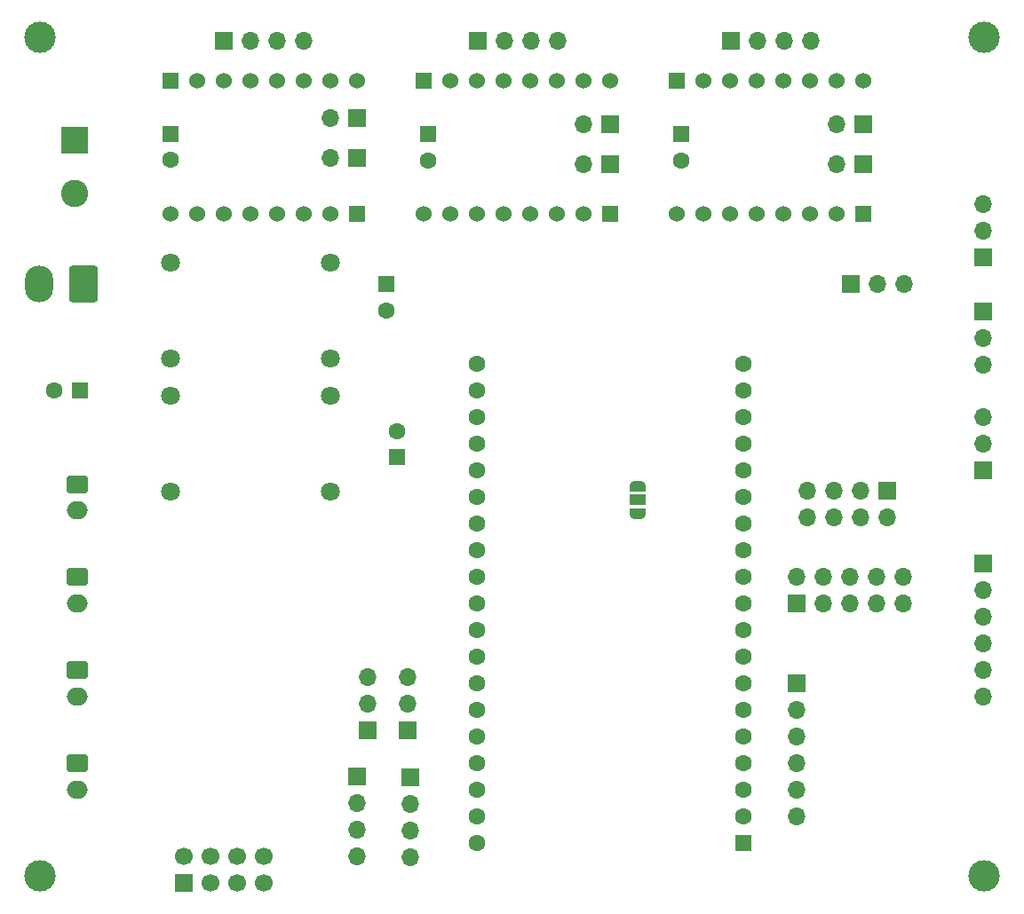
<source format=gbr>
%TF.GenerationSoftware,KiCad,Pcbnew,6.0.4-6f826c9f35~116~ubuntu20.04.1*%
%TF.CreationDate,2022-04-04T16:25:21+02:00*%
%TF.ProjectId,Hydroponics_board_v1,48796472-6f70-46f6-9e69-63735f626f61,rev?*%
%TF.SameCoordinates,Original*%
%TF.FileFunction,Soldermask,Bot*%
%TF.FilePolarity,Negative*%
%FSLAX46Y46*%
G04 Gerber Fmt 4.6, Leading zero omitted, Abs format (unit mm)*
G04 Created by KiCad (PCBNEW 6.0.4-6f826c9f35~116~ubuntu20.04.1) date 2022-04-04 16:25:21*
%MOMM*%
%LPD*%
G01*
G04 APERTURE LIST*
G04 Aperture macros list*
%AMRoundRect*
0 Rectangle with rounded corners*
0 $1 Rounding radius*
0 $2 $3 $4 $5 $6 $7 $8 $9 X,Y pos of 4 corners*
0 Add a 4 corners polygon primitive as box body*
4,1,4,$2,$3,$4,$5,$6,$7,$8,$9,$2,$3,0*
0 Add four circle primitives for the rounded corners*
1,1,$1+$1,$2,$3*
1,1,$1+$1,$4,$5*
1,1,$1+$1,$6,$7*
1,1,$1+$1,$8,$9*
0 Add four rect primitives between the rounded corners*
20,1,$1+$1,$2,$3,$4,$5,0*
20,1,$1+$1,$4,$5,$6,$7,0*
20,1,$1+$1,$6,$7,$8,$9,0*
20,1,$1+$1,$8,$9,$2,$3,0*%
%AMFreePoly0*
4,1,22,0.550000,-0.750000,0.000000,-0.750000,0.000000,-0.745033,-0.079941,-0.743568,-0.215256,-0.701293,-0.333266,-0.622738,-0.424486,-0.514219,-0.481581,-0.384460,-0.499164,-0.250000,-0.500000,-0.250000,-0.500000,0.250000,-0.499164,0.250000,-0.499963,0.256109,-0.478152,0.396186,-0.417904,0.524511,-0.324060,0.630769,-0.204165,0.706417,-0.067858,0.745374,0.000000,0.744959,0.000000,0.750000,
0.550000,0.750000,0.550000,-0.750000,0.550000,-0.750000,$1*%
%AMFreePoly1*
4,1,20,0.000000,0.744959,0.073905,0.744508,0.209726,0.703889,0.328688,0.626782,0.421226,0.519385,0.479903,0.390333,0.500000,0.250000,0.500000,-0.250000,0.499851,-0.262216,0.476331,-0.402017,0.414519,-0.529596,0.319384,-0.634700,0.198574,-0.708877,0.061801,-0.746166,0.000000,-0.745033,0.000000,-0.750000,-0.550000,-0.750000,-0.550000,0.750000,0.000000,0.750000,0.000000,0.744959,
0.000000,0.744959,$1*%
G04 Aperture macros list end*
%ADD10R,1.600000X1.600000*%
%ADD11C,1.600000*%
%ADD12R,1.700000X1.700000*%
%ADD13O,1.700000X1.700000*%
%ADD14C,3.000000*%
%ADD15R,2.600000X2.600000*%
%ADD16C,2.600000*%
%ADD17RoundRect,0.250000X-0.750000X0.600000X-0.750000X-0.600000X0.750000X-0.600000X0.750000X0.600000X0*%
%ADD18O,2.000000X1.700000*%
%ADD19C,1.800000*%
%ADD20FreePoly0,90.000000*%
%ADD21R,1.500000X1.000000*%
%ADD22FreePoly1,90.000000*%
%ADD23C,1.700000*%
%ADD24R,1.524000X1.524000*%
%ADD25C,1.524000*%
%ADD26RoundRect,0.250001X-1.099999X1.499999X-1.099999X-1.499999X1.099999X-1.499999X1.099999X1.499999X0*%
%ADD27O,2.700000X3.500000*%
G04 APERTURE END LIST*
D10*
%TO.C,C3*%
X126080000Y-54250000D03*
D11*
X126080000Y-56750000D03*
%TD*%
D12*
%TO.C,J12*%
X142255000Y-68580000D03*
D13*
X144795000Y-68580000D03*
X147335000Y-68580000D03*
%TD*%
D14*
%TO.C,MH3*%
X155000000Y-45000000D03*
%TD*%
D12*
%TO.C,J1*%
X95250000Y-115570000D03*
D13*
X95250000Y-118110000D03*
X95250000Y-120650000D03*
X95250000Y-123190000D03*
%TD*%
D12*
%TO.C,J3*%
X96195000Y-111120000D03*
D13*
X96195000Y-108580000D03*
X96195000Y-106040000D03*
%TD*%
D15*
%TO.C,J21*%
X68275000Y-54864000D03*
D16*
X68275000Y-59944000D03*
%TD*%
D14*
%TO.C,MH3*%
X155000000Y-125000000D03*
%TD*%
D12*
%TO.C,JP2*%
X95250000Y-56560000D03*
D13*
X92710000Y-56560000D03*
%TD*%
D12*
%TO.C,J8*%
X130820000Y-45340000D03*
D13*
X133360000Y-45340000D03*
X135900000Y-45340000D03*
X138440000Y-45340000D03*
%TD*%
D17*
%TO.C,J17*%
X68580000Y-87670000D03*
D18*
X68580000Y-90170000D03*
%TD*%
D12*
%TO.C,J13*%
X137160000Y-99060000D03*
D13*
X137160000Y-96520000D03*
X139700000Y-99060000D03*
X139700000Y-96520000D03*
X142240000Y-99060000D03*
X142240000Y-96520000D03*
X144780000Y-99060000D03*
X144780000Y-96520000D03*
X147320000Y-99060000D03*
X147320000Y-96520000D03*
%TD*%
D19*
%TO.C,U7*%
X77470001Y-66549999D03*
X77470001Y-75689999D03*
X92710001Y-66549999D03*
X92710001Y-75689999D03*
%TD*%
D12*
%TO.C,J15*%
X154940000Y-95245000D03*
D13*
X154940000Y-97785000D03*
X154940000Y-100325000D03*
X154940000Y-102865000D03*
X154940000Y-105405000D03*
X154940000Y-107945000D03*
%TD*%
D20*
%TO.C,JP7*%
X122000000Y-90454000D03*
D21*
X122000000Y-89154000D03*
D22*
X122000000Y-87854000D03*
%TD*%
D12*
%TO.C,JP3*%
X119380000Y-53340000D03*
D13*
X116840000Y-53340000D03*
%TD*%
D12*
%TO.C,J14*%
X137160000Y-106680000D03*
D13*
X137160000Y-109220000D03*
X137160000Y-111760000D03*
X137160000Y-114300000D03*
X137160000Y-116840000D03*
X137160000Y-119380000D03*
%TD*%
D12*
%TO.C,J6*%
X82550000Y-45340000D03*
D13*
X85090000Y-45340000D03*
X87630000Y-45340000D03*
X90170000Y-45340000D03*
%TD*%
D12*
%TO.C,U11*%
X78740000Y-125730000D03*
D23*
X78740000Y-123190000D03*
X81280000Y-125730000D03*
X81280000Y-123190000D03*
X83820000Y-125730000D03*
X83820000Y-123190000D03*
X86360000Y-125730000D03*
X86360000Y-123190000D03*
%TD*%
D12*
%TO.C,JP5*%
X143510000Y-53340000D03*
D13*
X140970000Y-53340000D03*
%TD*%
D12*
%TO.C,J4*%
X145725000Y-88260000D03*
D13*
X145725000Y-90800000D03*
X143185000Y-88260000D03*
X143185000Y-90800000D03*
X140645000Y-88260000D03*
X140645000Y-90800000D03*
X138105000Y-88260000D03*
X138105000Y-90800000D03*
%TD*%
D14*
%TO.C,MH3*%
X65000000Y-45000000D03*
%TD*%
D17*
%TO.C,J18*%
X68580000Y-96520000D03*
D18*
X68580000Y-99020000D03*
%TD*%
D24*
%TO.C,U3*%
X119380000Y-61850000D03*
D25*
X116840000Y-61850000D03*
X114300000Y-61850000D03*
X111760000Y-61850000D03*
X109220000Y-61850000D03*
X106680000Y-61850000D03*
X104140000Y-61850000D03*
X101600000Y-61850000D03*
D24*
X101600000Y-49150000D03*
D25*
X104140000Y-49150000D03*
X106680000Y-49150000D03*
X109220000Y-49150000D03*
X111760000Y-49150000D03*
X114300000Y-49150000D03*
X116840000Y-49150000D03*
X119380000Y-49150000D03*
%TD*%
D10*
%TO.C,C1*%
X77460000Y-54230000D03*
D11*
X77460000Y-56730000D03*
%TD*%
D12*
%TO.C,J5*%
X100330000Y-115580000D03*
D13*
X100330000Y-118120000D03*
X100330000Y-120660000D03*
X100330000Y-123200000D03*
%TD*%
D12*
%TO.C,J11*%
X154940000Y-66025000D03*
D13*
X154940000Y-63485000D03*
X154940000Y-60945000D03*
%TD*%
D10*
%TO.C,C2*%
X101950000Y-54250000D03*
D11*
X101950000Y-56750000D03*
%TD*%
D12*
%TO.C,JP4*%
X119380000Y-57150000D03*
D13*
X116840000Y-57150000D03*
%TD*%
D17*
%TO.C,J20*%
X68580000Y-114300000D03*
D18*
X68580000Y-116800000D03*
%TD*%
D24*
%TO.C,U2*%
X95240000Y-61850000D03*
D25*
X92700000Y-61850000D03*
X90160000Y-61850000D03*
X87620000Y-61850000D03*
X85080000Y-61850000D03*
X82540000Y-61850000D03*
X80000000Y-61850000D03*
X77460000Y-61850000D03*
D24*
X77460000Y-49150000D03*
D25*
X80000000Y-49150000D03*
X82540000Y-49150000D03*
X85080000Y-49150000D03*
X87620000Y-49150000D03*
X90160000Y-49150000D03*
X92700000Y-49150000D03*
X95240000Y-49150000D03*
%TD*%
D14*
%TO.C,MH3*%
X65000000Y-125000000D03*
%TD*%
D12*
%TO.C,J7*%
X106690000Y-45340000D03*
D13*
X109230000Y-45340000D03*
X111770000Y-45340000D03*
X114310000Y-45340000D03*
%TD*%
D12*
%TO.C,JP1*%
X95250000Y-52750000D03*
D13*
X92710000Y-52750000D03*
%TD*%
D24*
%TO.C,U4*%
X143510000Y-61850000D03*
D25*
X140970000Y-61850000D03*
X138430000Y-61850000D03*
X135890000Y-61850000D03*
X133350000Y-61850000D03*
X130810000Y-61850000D03*
X128270000Y-61850000D03*
X125730000Y-61850000D03*
D24*
X125730000Y-49150000D03*
D25*
X128270000Y-49150000D03*
X130810000Y-49150000D03*
X133350000Y-49150000D03*
X135890000Y-49150000D03*
X138430000Y-49150000D03*
X140970000Y-49150000D03*
X143510000Y-49150000D03*
%TD*%
D19*
%TO.C,U8*%
X77470001Y-79249999D03*
X77470001Y-88389999D03*
X92710001Y-79249999D03*
X92710001Y-88389999D03*
%TD*%
D10*
%TO.C,C9*%
X99060001Y-85089999D03*
D11*
X99060001Y-82589999D03*
%TD*%
D12*
%TO.C,J9*%
X154940000Y-86345000D03*
D13*
X154940000Y-83805000D03*
X154940000Y-81265000D03*
%TD*%
D26*
%TO.C,J16*%
X69110001Y-68579999D03*
D27*
X64910001Y-68579999D03*
%TD*%
D12*
%TO.C,JP6*%
X143510000Y-57150000D03*
D13*
X140970000Y-57150000D03*
%TD*%
D17*
%TO.C,J19*%
X68580000Y-105410000D03*
D18*
X68580000Y-107910000D03*
%TD*%
D10*
%TO.C,C6*%
X68800001Y-78739999D03*
D11*
X66300001Y-78739999D03*
%TD*%
D12*
%TO.C,J2*%
X100005000Y-111120000D03*
D13*
X100005000Y-108580000D03*
X100005000Y-106040000D03*
%TD*%
D10*
%TO.C,C7*%
X98044000Y-68580000D03*
D11*
X98044000Y-71080000D03*
%TD*%
D12*
%TO.C,J10*%
X154940000Y-71135000D03*
D13*
X154940000Y-73675000D03*
X154940000Y-76215000D03*
%TD*%
D11*
%TO.C,U1*%
X106680000Y-121920000D03*
X106680000Y-119380000D03*
X106680000Y-116840000D03*
X106680000Y-114300000D03*
X106680000Y-111760000D03*
X106680000Y-109220000D03*
X106680000Y-106680000D03*
X106680000Y-104140000D03*
X106680000Y-101600000D03*
X106680000Y-99060000D03*
X106680000Y-96520000D03*
X106680000Y-93980000D03*
X106680000Y-91440000D03*
X106680000Y-88900000D03*
X106680000Y-86360000D03*
X106680000Y-83820000D03*
X106680000Y-81280000D03*
X106680000Y-78740000D03*
X106680000Y-76200000D03*
X132080000Y-76200000D03*
X132080000Y-78740000D03*
X132080000Y-81280000D03*
X132080000Y-83820000D03*
X132080000Y-86360000D03*
X132080000Y-88900000D03*
X132080000Y-91440000D03*
X132080000Y-93980000D03*
X132080000Y-96520000D03*
X132080000Y-99060000D03*
X132080000Y-101600000D03*
X132080000Y-104140000D03*
X132080000Y-106680000D03*
X132080000Y-109220000D03*
X132080000Y-111760000D03*
X132080000Y-114300000D03*
X132080000Y-116840000D03*
X132080000Y-119380000D03*
D10*
X132080000Y-121920000D03*
%TD*%
M02*

</source>
